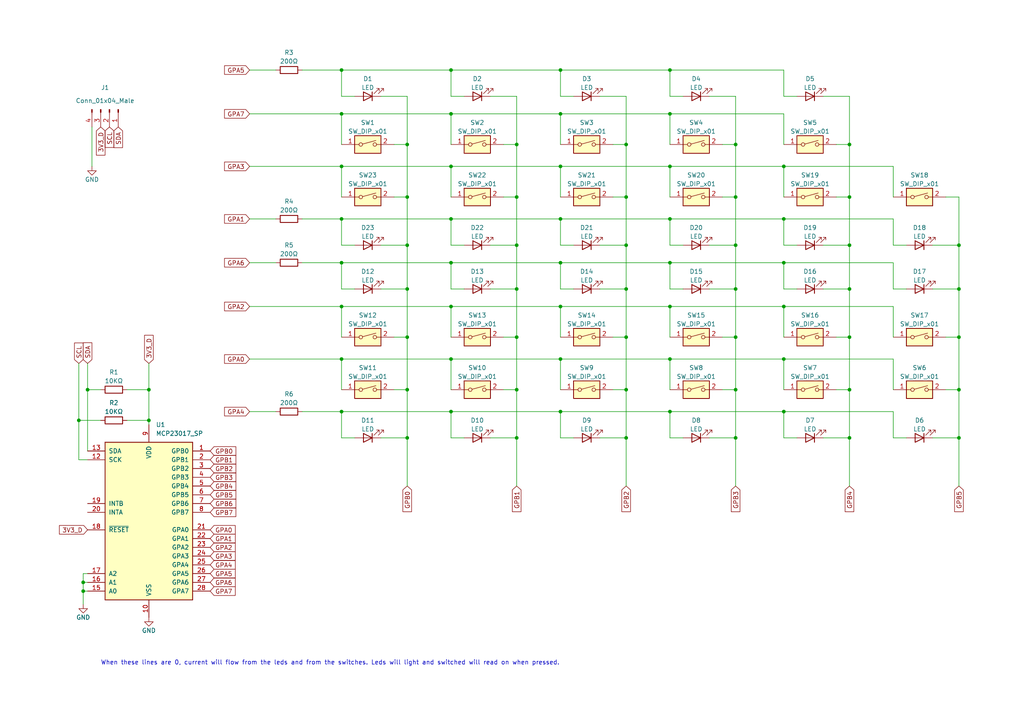
<source format=kicad_sch>
(kicad_sch (version 20211123) (generator eeschema)
  (paper "A4")
  (title_block (title "Daisy Seed Development Kit Step Sequencer") (date "2023-12-03") (rev "1.0"))
  (lib_symbols
    (symbol "Connector:Conn_01x04_Male" (pin_names (offset 1.016) hide)
      (property "Reference" "J" (at 0 5.08 0))
      (property "Value" "Conn_01x04_Male" (at 0 -7.62 0))
      (symbol "Conn_01x04_Male_1_1"
        (polyline (pts (xy 1.27 -5.08) (xy 0.8636 -5.08)) (stroke (width 0.1524)))
        (polyline (pts (xy 1.27 -2.54) (xy 0.8636 -2.54)) (stroke (width 0.1524)))
        (polyline (pts (xy 1.27 0) (xy 0.8636 0)) (stroke (width 0.1524)))
        (polyline (pts (xy 1.27 2.54) (xy 0.8636 2.54)) (stroke (width 0.1524)))
        (rectangle (start 0.8636 -4.953) (end 0 -5.207) (stroke (width 0.1524)) (fill (type outline)))
        (rectangle (start 0.8636 -2.413) (end 0 -2.667) (stroke (width 0.1524)) (fill (type outline)))
        (rectangle (start 0.8636 0.127) (end 0 -0.127) (stroke (width 0.1524)) (fill (type outline)))
        (rectangle (start 0.8636 2.667) (end 0 2.413) (stroke (width 0.1524)) (fill (type outline)))
        (pin passive line (at 5.08 2.54 180) (length 3.81) (name "Pin_1") (number "1"))
        (pin passive line (at 5.08 0 180) (length 3.81) (name "Pin_2") (number "2"))
        (pin passive line (at 5.08 -2.54 180) (length 3.81) (name "Pin_3") (number "3"))
        (pin passive line (at 5.08 -5.08 180) (length 3.81) (name "Pin_4") (number "4"))
      )
    )
    (symbol "Device:LED" (pin_numbers hide) (pin_names (offset 1.016) hide)
      (property "Reference" "D" (at 0 2.54 0))
      (property "Value" "LED" (at 0 -2.54 0))
      (symbol "LED_0_1"
        (polyline (pts (xy -1.27 -1.27) (xy -1.27 1.27)) (stroke (width 0.254)))
        (polyline (pts (xy -1.27 0) (xy 1.27 0)))
        (polyline (pts (xy 1.27 -1.27) (xy 1.27 1.27) (xy -1.27 0) (xy 1.27 -1.27)) (stroke (width 0.254)))
        (polyline (pts (xy -3.048 -0.762) (xy -4.572 -2.286) (xy -3.81 -2.286) (xy -4.572 -2.286) (xy -4.572 -1.524)))
        (polyline (pts (xy -1.778 -0.762) (xy -3.302 -2.286) (xy -2.54 -2.286) (xy -3.302 -2.286) (xy -3.302 -1.524)))
      )
      (symbol "LED_1_1"
        (pin passive line (at -3.81 0 0) (length 2.54) (name "K") (number "1"))
        (pin passive line (at 3.81 0 180) (length 2.54) (name "A") (number "2"))
      )
    )
    (symbol "Device:R" (pin_numbers hide) (pin_names (offset 0))
      (property "Reference" "R" (at 2.032 0 90))
      (property "Value" "R" (at 0 0 90))
      (symbol "R_0_1"
        (rectangle (start -1.016 -2.54) (end 1.016 2.54) (stroke (width 0.254)))
      )
      (symbol "R_1_1"
        (pin passive line (at 0 3.81 270) (length 1.27) (name "~") (number "1"))
        (pin passive line (at 0 -3.81 90) (length 1.27) (name "~") (number "2"))
      )
    )
    (symbol "Interface_Expansion:MCP23017_SP" (pin_names (offset 1.016))
      (property "Reference" "U" (at -11.43 24.13 0))
      (property "Value" "MCP23017_SP" (at 0 0 0))
      (symbol "MCP23017_SP_0_1"
        (rectangle (start -12.7 22.86) (end 12.7 -22.86) (stroke (width 0.254)) (fill (type background)))
      )
      (symbol "MCP23017_SP_1_1"
        (pin bidirectional line (at 17.78 20.32 180) (length 5.08) (name "GPB0") (number "1"))
        (pin power_in line (at 0 -27.94 90) (length 5.08) (name "VSS") (number "10"))
        (pin no_connect line (at -12.7 15.24 0) (length 5.08) hide (name "NC") (number "11"))
        (pin input line (at -17.78 17.78 0) (length 5.08) (name "SCK") (number "12"))
        (pin bidirectional line (at -17.78 20.32 0) (length 5.08) (name "SDA") (number "13"))
        (pin no_connect line (at -12.7 12.7 0) (length 5.08) hide (name "NC") (number "14"))
        (pin input line (at -17.78 -20.32 0) (length 5.08) (name "A0") (number "15"))
        (pin input line (at -17.78 -17.78 0) (length 5.08) (name "A1") (number "16"))
        (pin input line (at -17.78 -15.24 0) (length 5.08) (name "A2") (number "17"))
        (pin input line (at -17.78 -2.54 0) (length 5.08) (name "~{RESET}") (number "18"))
        (pin tri_state line (at -17.78 5.08 0) (length 5.08) (name "INTB") (number "19"))
        (pin bidirectional line (at 17.78 17.78 180) (length 5.08) (name "GPB1") (number "2"))
        (pin tri_state line (at -17.78 2.54 0) (length 5.08) (name "INTA") (number "20"))
        (pin bidirectional line (at 17.78 -2.54 180) (length 5.08) (name "GPA0") (number "21"))
        (pin bidirectional line (at 17.78 -5.08 180) (length 5.08) (name "GPA1") (number "22"))
        (pin bidirectional line (at 17.78 -7.62 180) (length 5.08) (name "GPA2") (number "23"))
        (pin bidirectional line (at 17.78 -10.16 180) (length 5.08) (name "GPA3") (number "24"))
        (pin bidirectional line (at 17.78 -12.7 180) (length 5.08) (name "GPA4") (number "25"))
        (pin bidirectional line (at 17.78 -15.24 180) (length 5.08) (name "GPA5") (number "26"))
        (pin bidirectional line (at 17.78 -17.78 180) (length 5.08) (name "GPA6") (number "27"))
        (pin bidirectional line (at 17.78 -20.32 180) (length 5.08) (name "GPA7") (number "28"))
        (pin bidirectional line (at 17.78 15.24 180) (length 5.08) (name "GPB2") (number "3"))
        (pin bidirectional line (at 17.78 12.7 180) (length 5.08) (name "GPB3") (number "4"))
        (pin bidirectional line (at 17.78 10.16 180) (length 5.08) (name "GPB4") (number "5"))
        (pin bidirectional line (at 17.78 7.62 180) (length 5.08) (name "GPB5") (number "6"))
        (pin bidirectional line (at 17.78 5.08 180) (length 5.08) (name "GPB6") (number "7"))
        (pin bidirectional line (at 17.78 2.54 180) (length 5.08) (name "GPB7") (number "8"))
        (pin power_in line (at 0 27.94 270) (length 5.08) (name "VDD") (number "9"))
      )
    )
    (symbol "Switch:SW_DIP_x01" (pin_names (offset 0) hide)
      (property "Reference" "SW" (at 0 3.81 0))
      (property "Value" "SW_DIP_x01" (at 0 -3.81 0))
      (symbol "SW_DIP_x01_0_0"
        (circle (center -2.032 0) (radius 0.508))
        (polyline (pts (xy -1.524 0.127) (xy 2.3622 1.1684)))
        (circle (center 2.032 0) (radius 0.508))
      )
      (symbol "SW_DIP_x01_0_1"
        (rectangle (start -3.81 2.54) (end 3.81 -2.54) (stroke (width 0.254)) (fill (type background)))
      )
      (symbol "SW_DIP_x01_1_1"
        (pin passive line (at -7.62 0 0) (length 5.08) (name "~") (number "1"))
        (pin passive line (at 7.62 0 180) (length 5.08) (name "~") (number "2"))
      )
    )
    (symbol "power:GND" (power) (pin_names (offset 0))
      (property "Value" "GND" (at 0 -3.81 0))
      (symbol "GND_0_1"
        (polyline (pts (xy 0 0) (xy 0 -1.27) (xy 1.27 -1.27) (xy 0 -2.54) (xy -1.27 -1.27) (xy 0 -1.27)))
      )
      (symbol "GND_1_1"
        (pin power_in line (at 0 0 270) (length 0) hide (name "GND") (number "1"))
      )
    )
  )
  (junction (at 213.36 97.79))
  (junction (at 118.11 41.91))
  (junction (at 149.86 127))
  (junction (at 118.11 127))
  (junction (at 213.36 113.03))
  (junction (at 149.86 83.82))
  (junction (at 278.13 97.79))
  (junction (at 213.36 41.91))
  (junction (at 149.86 113.03))
  (junction (at 25.4 113.03))
  (junction (at 246.38 83.82))
  (junction (at 162.56 104.14))
  (junction (at 194.31 76.2))
  (junction (at 130.81 48.26))
  (junction (at 181.61 71.12))
  (junction (at 118.11 113.03))
  (junction (at 194.31 33.02))
  (junction (at 162.56 20.32))
  (junction (at 99.06 33.02))
  (junction (at 181.61 127))
  (junction (at 130.81 119.38))
  (junction (at 162.56 76.2))
  (junction (at 213.36 71.12))
  (junction (at 118.11 71.12))
  (junction (at 130.81 104.14))
  (junction (at 227.33 76.2))
  (junction (at 22.86 121.92))
  (junction (at 227.33 119.38))
  (junction (at 181.61 83.82))
  (junction (at 278.13 113.03))
  (junction (at 227.33 88.9))
  (junction (at 43.18 121.92))
  (junction (at 149.86 71.12))
  (junction (at 24.13 171.45))
  (junction (at 99.06 20.32))
  (junction (at 227.33 48.26))
  (junction (at 118.11 83.82))
  (junction (at 246.38 97.79))
  (junction (at 181.61 113.03))
  (junction (at 181.61 57.15))
  (junction (at 278.13 71.12))
  (junction (at 149.86 97.79))
  (junction (at 118.11 57.15))
  (junction (at 278.13 127))
  (junction (at 130.81 63.5))
  (junction (at 118.11 97.79))
  (junction (at 181.61 97.79))
  (junction (at 99.06 48.26))
  (junction (at 246.38 57.15))
  (junction (at 162.56 119.38))
  (junction (at 181.61 41.91))
  (junction (at 213.36 83.82))
  (junction (at 246.38 113.03))
  (junction (at 162.56 33.02))
  (junction (at 227.33 104.14))
  (junction (at 162.56 63.5))
  (junction (at 194.31 20.32))
  (junction (at 149.86 57.15))
  (junction (at 99.06 88.9))
  (junction (at 99.06 63.5))
  (junction (at 43.18 113.03))
  (junction (at 246.38 71.12))
  (junction (at 162.56 88.9))
  (junction (at 194.31 119.38))
  (junction (at 246.38 41.91))
  (junction (at 24.13 168.91))
  (junction (at 213.36 57.15))
  (junction (at 246.38 127))
  (junction (at 278.13 83.82))
  (junction (at 213.36 127))
  (junction (at 130.81 88.9))
  (junction (at 227.33 63.5))
  (junction (at 194.31 63.5))
  (junction (at 99.06 104.14))
  (junction (at 99.06 76.2))
  (junction (at 162.56 48.26))
  (junction (at 194.31 88.9))
  (junction (at 130.81 33.02))
  (junction (at 149.86 41.91))
  (junction (at 130.81 20.32))
  (junction (at 99.06 119.38))
  (junction (at 194.31 104.14))
  (junction (at 130.81 76.2))
  (junction (at 194.31 48.26))
  (wire (pts (xy 194.31 76.2) (xy 194.31 83.82)))
  (wire (pts (xy 99.06 48.26) (xy 99.06 57.15)))
  (wire (pts (xy 162.56 127) (xy 166.37 127)))
  (wire (pts (xy 194.31 27.94) (xy 194.31 20.32)))
  (wire (pts (xy 130.81 33.02) (xy 99.06 33.02)))
  (wire (pts (xy 134.62 27.94) (xy 130.81 27.94)))
  (wire (pts (xy 209.55 41.91) (xy 213.36 41.91)))
  (wire (pts (xy 227.33 71.12) (xy 231.14 71.12)))
  (wire (pts (xy 87.63 20.32) (xy 99.06 20.32)))
  (wire (pts (xy 72.39 88.9) (xy 99.06 88.9)))
  (wire (pts (xy 162.56 20.32) (xy 194.31 20.32)))
  (wire (pts (xy 194.31 63.5) (xy 194.31 71.12)))
  (wire (pts (xy 87.63 63.5) (xy 99.06 63.5)))
  (wire (pts (xy 162.56 76.2) (xy 162.56 83.82)))
  (wire (pts (xy 227.33 20.32) (xy 227.33 27.94)))
  (wire (pts (xy 162.56 104.14) (xy 162.56 113.03)))
  (wire (pts (xy 246.38 97.79) (xy 242.57 97.79)))
  (wire (pts (xy 259.08 83.82) (xy 262.89 83.82)))
  (wire (pts (xy 130.81 104.14) (xy 130.81 113.03)))
  (wire (pts (xy 181.61 127) (xy 181.61 140.97)))
  (wire (pts (xy 149.86 127) (xy 149.86 140.97)))
  (wire (pts (xy 259.08 48.26) (xy 259.08 57.15)))
  (wire (pts (xy 110.49 27.94) (xy 118.11 27.94)))
  (wire (pts (xy 177.8 97.79) (xy 181.61 97.79)))
  (wire (pts (xy 24.13 168.91) (xy 24.13 171.45)))
  (wire (pts (xy 162.56 27.94) (xy 166.37 27.94)))
  (wire (pts (xy 162.56 83.82) (xy 166.37 83.82)))
  (wire (pts (xy 99.06 63.5) (xy 130.81 63.5)))
  (wire (pts (xy 213.36 127) (xy 213.36 140.97)))
  (wire (pts (xy 130.81 119.38) (xy 162.56 119.38)))
  (wire (pts (xy 181.61 83.82) (xy 181.61 97.79)))
  (wire (pts (xy 278.13 57.15) (xy 278.13 71.12)))
  (wire (pts (xy 118.11 113.03) (xy 118.11 127)))
  (wire (pts (xy 194.31 119.38) (xy 194.31 127)))
  (wire (pts (xy 130.81 76.2) (xy 99.06 76.2)))
  (wire (pts (xy 278.13 71.12) (xy 278.13 83.82)))
  (wire (pts (xy 227.33 33.02) (xy 194.31 33.02)))
  (wire (pts (xy 142.24 71.12) (xy 149.86 71.12)))
  (wire (pts (xy 130.81 33.02) (xy 130.81 41.91)))
  (wire (pts (xy 246.38 83.82) (xy 246.38 97.79)))
  (wire (pts (xy 274.32 57.15) (xy 278.13 57.15)))
  (wire (pts (xy 162.56 33.02) (xy 130.81 33.02)))
  (wire (pts (xy 118.11 57.15) (xy 118.11 71.12)))
  (wire (pts (xy 194.31 88.9) (xy 227.33 88.9)))
  (wire (pts (xy 142.24 83.82) (xy 149.86 83.82)))
  (wire (pts (xy 114.3 113.03) (xy 118.11 113.03)))
  (wire (pts (xy 213.36 57.15) (xy 213.36 71.12)))
  (wire (pts (xy 130.81 119.38) (xy 130.81 127)))
  (wire (pts (xy 246.38 113.03) (xy 246.38 127)))
  (wire (pts (xy 213.36 83.82) (xy 213.36 97.79)))
  (wire (pts (xy 162.56 63.5) (xy 162.56 71.12)))
  (wire (pts (xy 43.18 121.92) (xy 36.83 121.92)))
  (wire (pts (xy 72.39 119.38) (xy 80.01 119.38)))
  (wire (pts (xy 194.31 48.26) (xy 162.56 48.26)))
  (wire (pts (xy 146.05 97.79) (xy 149.86 97.79)))
  (wire (pts (xy 194.31 88.9) (xy 194.31 97.79)))
  (wire (pts (xy 259.08 76.2) (xy 259.08 83.82)))
  (wire (pts (xy 213.36 113.03) (xy 213.36 127)))
  (wire (pts (xy 29.21 113.03) (xy 25.4 113.03)))
  (wire (pts (xy 99.06 63.5) (xy 99.06 71.12)))
  (wire (pts (xy 227.33 48.26) (xy 259.08 48.26)))
  (wire (pts (xy 43.18 113.03) (xy 43.18 121.92)))
  (wire (pts (xy 173.99 83.82) (xy 181.61 83.82)))
  (wire (pts (xy 173.99 71.12) (xy 181.61 71.12)))
  (wire (pts (xy 194.31 20.32) (xy 227.33 20.32)))
  (wire (pts (xy 102.87 27.94) (xy 99.06 27.94)))
  (wire (pts (xy 99.06 104.14) (xy 99.06 113.03)))
  (wire (pts (xy 142.24 27.94) (xy 149.86 27.94)))
  (wire (pts (xy 194.31 76.2) (xy 162.56 76.2)))
  (wire (pts (xy 149.86 113.03) (xy 149.86 127)))
  (wire (pts (xy 270.51 71.12) (xy 278.13 71.12)))
  (wire (pts (xy 99.06 71.12) (xy 102.87 71.12)))
  (wire (pts (xy 26.67 36.83) (xy 26.67 48.26)))
  (wire (pts (xy 173.99 27.94) (xy 181.61 27.94)))
  (wire (pts (xy 99.06 83.82) (xy 102.87 83.82)))
  (wire (pts (xy 99.06 119.38) (xy 99.06 127)))
  (wire (pts (xy 99.06 104.14) (xy 130.81 104.14)))
  (wire (pts (xy 87.63 119.38) (xy 99.06 119.38)))
  (wire (pts (xy 278.13 97.79) (xy 278.13 113.03)))
  (wire (pts (xy 162.56 20.32) (xy 162.56 27.94)))
  (wire (pts (xy 194.31 83.82) (xy 198.12 83.82)))
  (wire (pts (xy 209.55 97.79) (xy 213.36 97.79)))
  (wire (pts (xy 213.36 27.94) (xy 213.36 41.91)))
  (wire (pts (xy 110.49 83.82) (xy 118.11 83.82)))
  (wire (pts (xy 72.39 20.32) (xy 80.01 20.32)))
  (wire (pts (xy 130.81 88.9) (xy 162.56 88.9)))
  (wire (pts (xy 181.61 71.12) (xy 181.61 83.82)))
  (wire (pts (xy 259.08 88.9) (xy 227.33 88.9)))
  (wire (pts (xy 72.39 76.2) (xy 80.01 76.2)))
  (wire (pts (xy 87.63 76.2) (xy 99.06 76.2)))
  (wire (pts (xy 149.86 71.12) (xy 149.86 83.82)))
  (wire (pts (xy 110.49 71.12) (xy 118.11 71.12)))
  (wire (pts (xy 130.81 71.12) (xy 134.62 71.12)))
  (wire (pts (xy 238.76 83.82) (xy 246.38 83.82)))
  (wire (pts (xy 194.31 27.94) (xy 198.12 27.94)))
  (wire (pts (xy 227.33 104.14) (xy 194.31 104.14)))
  (wire (pts (xy 162.56 88.9) (xy 194.31 88.9)))
  (wire (pts (xy 162.56 48.26) (xy 162.56 57.15)))
  (wire (pts (xy 213.36 41.91) (xy 213.36 57.15)))
  (wire (pts (xy 238.76 71.12) (xy 246.38 71.12)))
  (wire (pts (xy 259.08 63.5) (xy 259.08 71.12)))
  (wire (pts (xy 24.13 168.91) (xy 25.4 168.91)))
  (wire (pts (xy 181.61 57.15) (xy 181.61 71.12)))
  (wire (pts (xy 242.57 113.03) (xy 246.38 113.03)))
  (wire (pts (xy 162.56 119.38) (xy 194.31 119.38)))
  (wire (pts (xy 130.81 127) (xy 134.62 127)))
  (wire (pts (xy 24.13 171.45) (xy 24.13 175.26)))
  (wire (pts (xy 99.06 20.32) (xy 130.81 20.32)))
  (wire (pts (xy 99.06 127) (xy 102.87 127)))
  (wire (pts (xy 162.56 33.02) (xy 162.56 41.91)))
  (wire (pts (xy 99.06 76.2) (xy 99.06 83.82)))
  (wire (pts (xy 146.05 41.91) (xy 149.86 41.91)))
  (wire (pts (xy 130.81 83.82) (xy 130.81 76.2)))
  (wire (pts (xy 259.08 119.38) (xy 259.08 127)))
  (wire (pts (xy 278.13 97.79) (xy 274.32 97.79)))
  (wire (pts (xy 130.81 48.26) (xy 130.81 57.15)))
  (wire (pts (xy 227.33 119.38) (xy 227.33 127)))
  (wire (pts (xy 130.81 20.32) (xy 162.56 20.32)))
  (wire (pts (xy 24.13 171.45) (xy 25.4 171.45)))
  (wire (pts (xy 259.08 127) (xy 262.89 127)))
  (wire (pts (xy 227.33 41.91) (xy 227.33 33.02)))
  (wire (pts (xy 209.55 57.15) (xy 213.36 57.15)))
  (wire (pts (xy 24.13 166.37) (xy 24.13 168.91)))
  (wire (pts (xy 246.38 27.94) (xy 246.38 41.91)))
  (wire (pts (xy 43.18 121.92) (xy 43.18 123.19)))
  (wire (pts (xy 162.56 71.12) (xy 166.37 71.12)))
  (wire (pts (xy 99.06 33.02) (xy 99.06 41.91)))
  (wire (pts (xy 162.56 104.14) (xy 130.81 104.14)))
  (wire (pts (xy 259.08 104.14) (xy 259.08 113.03)))
  (wire (pts (xy 162.56 63.5) (xy 194.31 63.5)))
  (wire (pts (xy 227.33 76.2) (xy 259.08 76.2)))
  (wire (pts (xy 209.55 113.03) (xy 213.36 113.03)))
  (wire (pts (xy 22.86 121.92) (xy 22.86 133.35)))
  (wire (pts (xy 227.33 104.14) (xy 227.33 113.03)))
  (wire (pts (xy 149.86 27.94) (xy 149.86 41.91)))
  (wire (pts (xy 227.33 57.15) (xy 227.33 48.26)))
  (wire (pts (xy 238.76 127) (xy 246.38 127)))
  (wire (pts (xy 99.06 119.38) (xy 130.81 119.38)))
  (wire (pts (xy 149.86 97.79) (xy 149.86 113.03)))
  (wire (pts (xy 114.3 97.79) (xy 118.11 97.79)))
  (wire (pts (xy 238.76 27.94) (xy 246.38 27.94)))
  (wire (pts (xy 114.3 41.91) (xy 118.11 41.91)))
  (wire (pts (xy 227.33 127) (xy 231.14 127)))
  (wire (pts (xy 130.81 88.9) (xy 130.81 97.79)))
  (wire (pts (xy 36.83 113.03) (xy 43.18 113.03)))
  (wire (pts (xy 205.74 127) (xy 213.36 127)))
  (wire (pts (xy 205.74 27.94) (xy 213.36 27.94)))
  (wire (pts (xy 246.38 97.79) (xy 246.38 113.03)))
  (wire (pts (xy 227.33 83.82) (xy 231.14 83.82)))
  (wire (pts (xy 194.31 127) (xy 198.12 127)))
  (wire (pts (xy 181.61 41.91) (xy 181.61 57.15)))
  (wire (pts (xy 181.61 113.03) (xy 181.61 127)))
  (wire (pts (xy 118.11 127) (xy 118.11 140.97)))
  (wire (pts (xy 194.31 71.12) (xy 198.12 71.12)))
  (wire (pts (xy 278.13 127) (xy 278.13 140.97)))
  (wire (pts (xy 205.74 71.12) (xy 213.36 71.12)))
  (wire (pts (xy 22.86 105.41) (xy 22.86 121.92)))
  (wire (pts (xy 194.31 104.14) (xy 162.56 104.14)))
  (wire (pts (xy 205.74 83.82) (xy 213.36 83.82)))
  (wire (pts (xy 246.38 41.91) (xy 242.57 41.91)))
  (wire (pts (xy 181.61 97.79) (xy 181.61 113.03)))
  (wire (pts (xy 72.39 33.02) (xy 99.06 33.02)))
  (wire (pts (xy 227.33 27.94) (xy 231.14 27.94)))
  (wire (pts (xy 146.05 113.03) (xy 149.86 113.03)))
  (wire (pts (xy 25.4 105.41) (xy 25.4 113.03)))
  (wire (pts (xy 118.11 27.94) (xy 118.11 41.91)))
  (wire (pts (xy 177.8 57.15) (xy 181.61 57.15)))
  (wire (pts (xy 173.99 127) (xy 181.61 127)))
  (wire (pts (xy 246.38 127) (xy 246.38 140.97)))
  (wire (pts (xy 278.13 83.82) (xy 278.13 97.79)))
  (wire (pts (xy 25.4 113.03) (xy 25.4 130.81)))
  (wire (pts (xy 246.38 71.12) (xy 246.38 83.82)))
  (wire (pts (xy 194.31 33.02) (xy 162.56 33.02)))
  (wire (pts (xy 227.33 119.38) (xy 259.08 119.38)))
  (wire (pts (xy 149.86 57.15) (xy 149.86 71.12)))
  (wire (pts (xy 72.39 63.5) (xy 80.01 63.5)))
  (wire (pts (xy 227.33 63.5) (xy 227.33 71.12)))
  (wire (pts (xy 43.18 105.41) (xy 43.18 113.03)))
  (wire (pts (xy 246.38 57.15) (xy 246.38 71.12)))
  (wire (pts (xy 259.08 97.79) (xy 259.08 88.9)))
  (wire (pts (xy 181.61 41.91) (xy 177.8 41.91)))
  (wire (pts (xy 99.06 27.94) (xy 99.06 20.32)))
  (wire (pts (xy 146.05 57.15) (xy 149.86 57.15)))
  (wire (pts (xy 227.33 88.9) (xy 227.33 97.79)))
  (wire (pts (xy 194.31 119.38) (xy 227.33 119.38)))
  (wire (pts (xy 29.21 121.92) (xy 22.86 121.92)))
  (wire (pts (xy 72.39 48.26) (xy 99.06 48.26)))
  (wire (pts (xy 278.13 113.03) (xy 278.13 127)))
  (wire (pts (xy 149.86 83.82) (xy 149.86 97.79)))
  (wire (pts (xy 213.36 97.79) (xy 213.36 113.03)))
  (wire (pts (xy 99.06 88.9) (xy 99.06 97.79)))
  (wire (pts (xy 213.36 71.12) (xy 213.36 83.82)))
  (wire (pts (xy 130.81 83.82) (xy 134.62 83.82)))
  (wire (pts (xy 270.51 127) (xy 278.13 127)))
  (wire (pts (xy 118.11 97.79) (xy 118.11 113.03)))
  (wire (pts (xy 177.8 113.03) (xy 181.61 113.03)))
  (wire (pts (xy 246.38 41.91) (xy 246.38 57.15)))
  (wire (pts (xy 194.31 48.26) (xy 194.31 57.15)))
  (wire (pts (xy 110.49 127) (xy 118.11 127)))
  (wire (pts (xy 162.56 76.2) (xy 130.81 76.2)))
  (wire (pts (xy 99.06 88.9) (xy 130.81 88.9)))
  (wire (pts (xy 227.33 104.14) (xy 259.08 104.14)))
  (wire (pts (xy 242.57 57.15) (xy 246.38 57.15)))
  (wire (pts (xy 274.32 113.03) (xy 278.13 113.03)))
  (wire (pts (xy 118.11 41.91) (xy 118.11 57.15)))
  (wire (pts (xy 72.39 104.14) (xy 99.06 104.14)))
  (wire (pts (xy 181.61 27.94) (xy 181.61 41.91)))
  (wire (pts (xy 130.81 48.26) (xy 99.06 48.26)))
  (wire (pts (xy 149.86 41.91) (xy 149.86 57.15)))
  (wire (pts (xy 227.33 76.2) (xy 194.31 76.2)))
  (wire (pts (xy 118.11 83.82) (xy 118.11 97.79)))
  (wire (pts (xy 130.81 63.5) (xy 162.56 63.5)))
  (wire (pts (xy 227.33 83.82) (xy 227.33 76.2)))
  (wire (pts (xy 194.31 63.5) (xy 227.33 63.5)))
  (wire (pts (xy 227.33 63.5) (xy 259.08 63.5)))
  (wire (pts (xy 162.56 119.38) (xy 162.56 127)))
  (wire (pts (xy 194.31 104.14) (xy 194.31 113.03)))
  (wire (pts (xy 25.4 133.35) (xy 22.86 133.35)))
  (wire (pts (xy 194.31 33.02) (xy 194.31 41.91)))
  (wire (pts (xy 130.81 27.94) (xy 130.81 20.32)))
  (wire (pts (xy 259.08 71.12) (xy 262.89 71.12)))
  (wire (pts (xy 25.4 166.37) (xy 24.13 166.37)))
  (wire (pts (xy 142.24 127) (xy 149.86 127)))
  (wire (pts (xy 162.56 88.9) (xy 162.56 97.79)))
  (wire (pts (xy 130.81 63.5) (xy 130.81 71.12)))
  (wire (pts (xy 114.3 57.15) (xy 118.11 57.15)))
  (wire (pts (xy 118.11 71.12) (xy 118.11 83.82)))
  (wire (pts (xy 162.56 48.26) (xy 130.81 48.26)))
  (wire (pts (xy 227.33 48.26) (xy 194.31 48.26)))
  (wire (pts (xy 270.51 83.82) (xy 278.13 83.82)))
  (text "When these lines are 0, current will flow from the leds and from the switches. Leds will light and switched will read on when pressed." (at 29.21 193.04 0) (effects (font (size 1.27 1.27)) (justify left bottom)))
  (global_label "GPA6" (shape input) (at 60.96 168.91 0) (property "Intersheet References" "${INTERSHEET_REFS}" (effects hide)))
  (global_label "GPB0" (shape input) (at 60.96 130.81 0) (property "Intersheet References" "${INTERSHEET_REFS}" (effects hide)))
  (global_label "GPA1" (shape input) (at 60.96 156.21 0) (property "Intersheet References" "${INTERSHEET_REFS}" (effects hide)))
  (global_label "GPA5" (shape input) (at 60.96 166.37 0) (property "Intersheet References" "${INTERSHEET_REFS}" (effects hide)))
  (global_label "3V3_D" (shape input) (at 43.18 105.41 90) (property "Intersheet References" "${INTERSHEET_REFS}" (effects hide)))
  (global_label "GPA7" (shape input) (at 72.39 33.02 180) (property "Intersheet References" "${INTERSHEET_REFS}" (effects hide)))
  (global_label "GPB1" (shape input) (at 60.96 133.35 0) (property "Intersheet References" "${INTERSHEET_REFS}" (effects hide)))
  (global_label "GPA6" (shape input) (at 72.39 76.2 180) (property "Intersheet References" "${INTERSHEET_REFS}" (effects hide)))
  (global_label "GPB2" (shape input) (at 60.96 135.89 0) (property "Intersheet References" "${INTERSHEET_REFS}" (effects hide)))
  (global_label "GPA0" (shape input) (at 60.96 153.67 0) (property "Intersheet References" "${INTERSHEET_REFS}" (effects hide)))
  (global_label "GPB0" (shape input) (at 118.11 140.97 270) (property "Intersheet References" "${INTERSHEET_REFS}" (effects hide)))
  (global_label "GPA4" (shape input) (at 60.96 163.83 0) (property "Intersheet References" "${INTERSHEET_REFS}" (effects hide)))
  (global_label "GPA1" (shape input) (at 72.39 63.5 180) (property "Intersheet References" "${INTERSHEET_REFS}" (effects hide)))
  (global_label "SCL" (shape input) (at 22.86 105.41 90) (property "Intersheet References" "${INTERSHEET_REFS}" (effects hide)))
  (global_label "GPA3" (shape input) (at 60.96 161.29 0) (property "Intersheet References" "${INTERSHEET_REFS}" (effects hide)))
  (global_label "GPB7" (shape input) (at 60.96 148.59 0) (property "Intersheet References" "${INTERSHEET_REFS}" (effects hide)))
  (global_label "GPB5" (shape input) (at 60.96 143.51 0) (property "Intersheet References" "${INTERSHEET_REFS}" (effects hide)))
  (global_label "SDA" (shape input) (at 34.29 36.83 270) (property "Intersheet References" "${INTERSHEET_REFS}" (effects hide)))
  (global_label "GPA7" (shape input) (at 60.96 171.45 0) (property "Intersheet References" "${INTERSHEET_REFS}" (effects hide)))
  (global_label "GPB3" (shape input) (at 213.36 140.97 270) (property "Intersheet References" "${INTERSHEET_REFS}" (effects hide)))
  (global_label "SCL" (shape input) (at 31.75 36.83 270) (property "Intersheet References" "${INTERSHEET_REFS}" (effects hide)))
  (global_label "GPA5" (shape input) (at 72.39 20.32 180) (property "Intersheet References" "${INTERSHEET_REFS}" (effects hide)))
  (global_label "GPB5" (shape input) (at 278.13 140.97 270) (property "Intersheet References" "${INTERSHEET_REFS}" (effects hide)))
  (global_label "GPB4" (shape input) (at 246.38 140.97 270) (property "Intersheet References" "${INTERSHEET_REFS}" (effects hide)))
  (global_label "3V3_D" (shape input) (at 29.21 36.83 270) (property "Intersheet References" "${INTERSHEET_REFS}" (effects hide)))
  (global_label "GPA4" (shape input) (at 72.39 119.38 180) (property "Intersheet References" "${INTERSHEET_REFS}" (effects hide)))
  (global_label "3V3_D" (shape input) (at 25.4 153.67 180) (property "Intersheet References" "${INTERSHEET_REFS}" (effects hide)))
  (global_label "GPA2" (shape input) (at 72.39 88.9 180) (property "Intersheet References" "${INTERSHEET_REFS}" (effects hide)))
  (global_label "GPA3" (shape input) (at 72.39 48.26 180) (property "Intersheet References" "${INTERSHEET_REFS}" (effects hide)))
  (global_label "SDA" (shape input) (at 25.4 105.41 90) (property "Intersheet References" "${INTERSHEET_REFS}" (effects hide)))
  (global_label "GPB1" (shape input) (at 149.86 140.97 270) (property "Intersheet References" "${INTERSHEET_REFS}" (effects hide)))
  (global_label "GPA0" (shape input) (at 72.39 104.14 180) (property "Intersheet References" "${INTERSHEET_REFS}" (effects hide)))
  (global_label "GPB3" (shape input) (at 60.96 138.43 0) (property "Intersheet References" "${INTERSHEET_REFS}" (effects hide)))
  (global_label "GPB4" (shape input) (at 60.96 140.97 0) (property "Intersheet References" "${INTERSHEET_REFS}" (effects hide)))
  (global_label "GPA2" (shape input) (at 60.96 158.75 0) (property "Intersheet References" "${INTERSHEET_REFS}" (effects hide)))
  (global_label "GPB2" (shape input) (at 181.61 140.97 270) (property "Intersheet References" "${INTERSHEET_REFS}" (effects hide)))
  (global_label "GPB6" (shape input) (at 60.96 146.05 0) (property "Intersheet References" "${INTERSHEET_REFS}" (effects hide)))
  (symbol (lib_id "Device:LED") (at 106.68 27.94 180) (unit 1)
    (property "Reference" "D1" (at 106.68 22.86 0))
    (property "Value" "LED" (at 106.68 25.4 0))
    (property "Footprint" "LED_THT:LED_D3.0mm" (effects hide))
  )
  (symbol (lib_id "Interface_Expansion:MCP23017_SP") (at 43.18 151.13 0) (unit 1)
    (property "Reference" "U1" (at 45.1994 123.19 0) (effects (justify left)))
    (property "Value" "MCP23017_SP" (at 45.1994 125.73 0) (effects (justify left)))
    (property "Footprint" "Package_DIP:DIP-28_W7.62mm" (effects hide))
    (property "Datasheet" "http://ww1.microchip.com/downloads/en/DeviceDoc/20001952C.pdf" (effects hide))
  )
  (symbol (lib_id "Device:R") (at 83.82 76.2 90) (unit 1)
    (property "Reference" "R5" (at 83.82 71.12 90))
    (property "Value" "200Ω" (at 83.82 73.66 90))
    (property "Footprint" "Resistor_THT:R_Axial_DIN0207_L6.3mm_D2.5mm_P10.16mm_Horizontal" (effects hide))
  )
  (symbol (lib_id "Device:LED") (at 106.68 127 180) (unit 1)
    (property "Reference" "D11" (at 106.68 121.92 0))
    (property "Value" "LED" (at 106.68 124.46 0))
    (property "Footprint" "LED_THT:LED_D3.0mm" (effects hide))
  )
  (symbol (lib_id "Switch:SW_DIP_x01") (at 201.93 57.15 0) (unit 1)
    (property "Reference" "SW20" (at 201.93 50.8 0))
    (property "Value" "SW_DIP_x01" (at 201.93 53.34 0))
    (property "Footprint" "Button_Switch_THT:SW_PUSH_6mm" (effects hide))
  )
  (symbol (lib_id "Device:LED") (at 201.93 71.12 180) (unit 1)
    (property "Reference" "D20" (at 201.93 66.04 0))
    (property "Value" "LED" (at 201.93 68.58 0))
    (property "Footprint" "LED_THT:LED_D3.0mm" (effects hide))
  )
  (symbol (lib_id "Switch:SW_DIP_x01") (at 201.93 113.03 0) (unit 1)
    (property "Reference" "SW8" (at 201.93 106.68 0))
    (property "Value" "SW_DIP_x01" (at 201.93 109.22 0))
    (property "Footprint" "Button_Switch_THT:SW_PUSH_6mm" (effects hide))
  )
  (symbol (lib_id "Switch:SW_DIP_x01") (at 138.43 113.03 0) (unit 1)
    (property "Reference" "SW10" (at 138.43 106.68 0))
    (property "Value" "SW_DIP_x01" (at 138.43 109.22 0))
    (property "Footprint" "Button_Switch_THT:SW_PUSH_6mm" (effects hide))
  )
  (symbol (lib_id "Switch:SW_DIP_x01") (at 201.93 97.79 0) (unit 1)
    (property "Reference" "SW15" (at 201.93 91.44 0))
    (property "Value" "SW_DIP_x01" (at 201.93 93.98 0))
    (property "Footprint" "Button_Switch_THT:SW_PUSH_6mm" (effects hide))
  )
  (symbol (lib_id "Device:LED") (at 266.7 83.82 180) (unit 1)
    (property "Reference" "D17" (at 266.7 78.74 0))
    (property "Value" "LED" (at 266.7 81.28 0))
    (property "Footprint" "LED_THT:LED_D3.0mm" (effects hide))
  )
  (symbol (lib_id "power:GND") (at 26.67 48.26 0) (mirror y) (unit 1)
    (property "Reference" "#PWR0101" (effects hide))
    (property "Value" "GND" (at 26.67 52.07 0))
  )
  (symbol (lib_id "Switch:SW_DIP_x01") (at 138.43 97.79 0) (unit 1)
    (property "Reference" "SW13" (at 138.43 91.44 0))
    (property "Value" "SW_DIP_x01" (at 138.43 93.98 0))
    (property "Footprint" "Button_Switch_THT:SW_PUSH_6mm" (effects hide))
  )
  (symbol (lib_id "Device:LED") (at 201.93 83.82 180) (unit 1)
    (property "Reference" "D15" (at 201.93 78.74 0))
    (property "Value" "LED" (at 201.93 81.28 0))
    (property "Footprint" "LED_THT:LED_D3.0mm" (effects hide))
  )
  (symbol (lib_id "Switch:SW_DIP_x01") (at 106.68 97.79 0) (unit 1)
    (property "Reference" "SW12" (at 106.68 91.44 0))
    (property "Value" "SW_DIP_x01" (at 106.68 93.98 0))
    (property "Footprint" "Button_Switch_THT:SW_PUSH_6mm" (effects hide))
  )
  (symbol (lib_id "Device:LED") (at 266.7 71.12 180) (unit 1)
    (property "Reference" "D18" (at 266.7 66.04 0))
    (property "Value" "LED" (at 266.7 68.58 0))
    (property "Footprint" "LED_THT:LED_D3.0mm" (effects hide))
  )
  (symbol (lib_id "Device:LED") (at 170.18 83.82 180) (unit 1)
    (property "Reference" "D14" (at 170.18 78.74 0))
    (property "Value" "LED" (at 170.18 81.28 0))
    (property "Footprint" "LED_THT:LED_D3.0mm" (effects hide))
  )
  (symbol (lib_id "Switch:SW_DIP_x01") (at 170.18 41.91 0) (unit 1)
    (property "Reference" "SW3" (at 170.18 35.56 0))
    (property "Value" "SW_DIP_x01" (at 170.18 38.1 0))
    (property "Footprint" "Button_Switch_THT:SW_PUSH_6mm" (effects hide))
  )
  (symbol (lib_id "Switch:SW_DIP_x01") (at 266.7 57.15 0) (unit 1)
    (property "Reference" "SW18" (at 266.7 50.8 0))
    (property "Value" "SW_DIP_x01" (at 266.7 53.34 0))
    (property "Footprint" "Button_Switch_THT:SW_PUSH_6mm" (effects hide))
  )
  (symbol (lib_id "Device:LED") (at 234.95 127 180) (unit 1)
    (property "Reference" "D7" (at 234.95 121.92 0))
    (property "Value" "LED" (at 234.95 124.46 0))
    (property "Footprint" "LED_THT:LED_D3.0mm" (effects hide))
  )
  (symbol (lib_id "Switch:SW_DIP_x01") (at 106.68 41.91 0) (unit 1)
    (property "Reference" "SW1" (at 106.68 35.56 0))
    (property "Value" "SW_DIP_x01" (at 106.68 38.1 0))
    (property "Footprint" "Button_Switch_THT:SW_PUSH_6mm" (effects hide))
  )
  (symbol (lib_id "Device:LED") (at 138.43 83.82 180) (unit 1)
    (property "Reference" "D13" (at 138.43 78.74 0))
    (property "Value" "LED" (at 138.43 81.28 0))
    (property "Footprint" "LED_THT:LED_D3.0mm" (effects hide))
  )
  (symbol (lib_id "Device:LED") (at 201.93 127 180) (unit 1)
    (property "Reference" "D8" (at 201.93 121.92 0))
    (property "Value" "LED" (at 201.93 124.46 0))
    (property "Footprint" "LED_THT:LED_D3.0mm" (effects hide))
  )
  (symbol (lib_id "Device:LED") (at 201.93 27.94 180) (unit 1)
    (property "Reference" "D4" (at 201.93 22.86 0))
    (property "Value" "LED" (at 201.93 25.4 0))
    (property "Footprint" "LED_THT:LED_D3.0mm" (effects hide))
  )
  (symbol (lib_id "Device:LED") (at 138.43 71.12 180) (unit 1)
    (property "Reference" "D22" (at 138.43 66.04 0))
    (property "Value" "LED" (at 138.43 68.58 0))
    (property "Footprint" "LED_THT:LED_D3.0mm" (effects hide))
  )
  (symbol (lib_id "Switch:SW_DIP_x01") (at 266.7 113.03 0) (unit 1)
    (property "Reference" "SW6" (at 266.7 106.68 0))
    (property "Value" "SW_DIP_x01" (at 266.7 109.22 0))
    (property "Footprint" "Button_Switch_THT:SW_PUSH_6mm" (effects hide))
  )
  (symbol (lib_id "Device:R") (at 33.02 121.92 90) (unit 1)
    (property "Reference" "R2" (at 33.02 116.84 90))
    (property "Value" "10KΩ" (at 33.02 119.38 90))
    (property "Footprint" "Resistor_THT:R_Axial_DIN0207_L6.3mm_D2.5mm_P10.16mm_Horizontal" (effects hide))
  )
  (symbol (lib_id "Device:LED") (at 234.95 83.82 180) (unit 1)
    (property "Reference" "D16" (at 234.95 78.74 0))
    (property "Value" "LED" (at 234.95 81.28 0))
    (property "Footprint" "LED_THT:LED_D3.0mm" (effects hide))
  )
  (symbol (lib_id "Device:LED") (at 106.68 83.82 180) (unit 1)
    (property "Reference" "D12" (at 106.68 78.74 0))
    (property "Value" "LED" (at 106.68 81.28 0))
    (property "Footprint" "LED_THT:LED_D3.0mm" (effects hide))
  )
  (symbol (lib_id "Connector:Conn_01x04_Male") (at 31.75 31.75 270) (unit 1)
    (property "Reference" "J1" (at 30.48 25.4 90))
    (property "Value" "Conn_01x04_Male" (at 30.48 29.21 90))
    (property "Footprint" "Connector_PinSocket_2.54mm:PinSocket_1x04_P2.54mm_Vertical" (effects hide))
  )
  (symbol (lib_id "Switch:SW_DIP_x01") (at 170.18 57.15 0) (unit 1)
    (property "Reference" "SW21" (at 170.18 50.8 0))
    (property "Value" "SW_DIP_x01" (at 170.18 53.34 0))
    (property "Footprint" "Button_Switch_THT:SW_PUSH_6mm" (effects hide))
  )
  (symbol (lib_id "Device:LED") (at 138.43 27.94 180) (unit 1)
    (property "Reference" "D2" (at 138.43 22.86 0))
    (property "Value" "LED" (at 138.43 25.4 0))
    (property "Footprint" "LED_THT:LED_D3.0mm" (effects hide))
  )
  (symbol (lib_id "Device:LED") (at 106.68 71.12 180) (unit 1)
    (property "Reference" "D23" (at 106.68 66.04 0))
    (property "Value" "LED" (at 106.68 68.58 0))
    (property "Footprint" "LED_THT:LED_D3.0mm" (effects hide))
  )
  (symbol (lib_id "Switch:SW_DIP_x01") (at 234.95 97.79 0) (unit 1)
    (property "Reference" "SW16" (at 234.95 91.44 0))
    (property "Value" "SW_DIP_x01" (at 234.95 93.98 0))
    (property "Footprint" "Button_Switch_THT:SW_PUSH_6mm" (effects hide))
  )
  (symbol (lib_id "Device:R") (at 83.82 63.5 90) (unit 1)
    (property "Reference" "R4" (at 83.82 58.42 90))
    (property "Value" "200Ω" (at 83.82 60.96 90))
    (property "Footprint" "Resistor_THT:R_Axial_DIN0207_L6.3mm_D2.5mm_P10.16mm_Horizontal" (effects hide))
  )
  (symbol (lib_id "power:GND") (at 24.13 175.26 0) (mirror y) (unit 1)
    (property "Reference" "#PWR0102" (effects hide))
    (property "Value" "GND" (at 24.13 179.07 0))
  )
  (symbol (lib_id "Device:LED") (at 234.95 71.12 180) (unit 1)
    (property "Reference" "D19" (at 234.95 66.04 0))
    (property "Value" "LED" (at 234.95 68.58 0))
    (property "Footprint" "LED_THT:LED_D3.0mm" (effects hide))
  )
  (symbol (lib_id "Switch:SW_DIP_x01") (at 106.68 113.03 0) (unit 1)
    (property "Reference" "SW11" (at 106.68 106.68 0))
    (property "Value" "SW_DIP_x01" (at 106.68 109.22 0))
    (property "Footprint" "Button_Switch_THT:SW_PUSH_6mm" (effects hide))
  )
  (symbol (lib_id "Switch:SW_DIP_x01") (at 170.18 113.03 0) (unit 1)
    (property "Reference" "SW9" (at 170.18 106.68 0))
    (property "Value" "SW_DIP_x01" (at 170.18 109.22 0))
    (property "Footprint" "Button_Switch_THT:SW_PUSH_6mm" (effects hide))
  )
  (symbol (lib_id "power:GND") (at 43.18 179.07 0) (mirror y) (unit 1)
    (property "Reference" "#PWR0103" (effects hide))
    (property "Value" "GND" (at 43.18 182.88 0))
  )
  (symbol (lib_id "Switch:SW_DIP_x01") (at 234.95 57.15 0) (unit 1)
    (property "Reference" "SW19" (at 234.95 50.8 0))
    (property "Value" "SW_DIP_x01" (at 234.95 53.34 0))
    (property "Footprint" "Button_Switch_THT:SW_PUSH_6mm" (effects hide))
  )
  (symbol (lib_id "Device:LED") (at 170.18 71.12 180) (unit 1)
    (property "Reference" "D21" (at 170.18 66.04 0))
    (property "Value" "LED" (at 170.18 68.58 0))
    (property "Footprint" "LED_THT:LED_D3.0mm" (effects hide))
  )
  (symbol (lib_id "Switch:SW_DIP_x01") (at 266.7 97.79 0) (unit 1)
    (property "Reference" "SW17" (at 266.7 91.44 0))
    (property "Value" "SW_DIP_x01" (at 266.7 93.98 0))
    (property "Footprint" "Button_Switch_THT:SW_PUSH_6mm" (effects hide))
  )
  (symbol (lib_id "Device:LED") (at 138.43 127 180) (unit 1)
    (property "Reference" "D10" (at 138.43 121.92 0))
    (property "Value" "LED" (at 138.43 124.46 0))
    (property "Footprint" "LED_THT:LED_D3.0mm" (effects hide))
  )
  (symbol (lib_id "Switch:SW_DIP_x01") (at 201.93 41.91 0) (unit 1)
    (property "Reference" "SW4" (at 201.93 35.56 0))
    (property "Value" "SW_DIP_x01" (at 201.93 38.1 0))
    (property "Footprint" "Button_Switch_THT:SW_PUSH_6mm" (effects hide))
  )
  (symbol (lib_id "Device:R") (at 83.82 119.38 90) (unit 1)
    (property "Reference" "R6" (at 83.82 114.3 90))
    (property "Value" "200Ω" (at 83.82 116.84 90))
    (property "Footprint" "Resistor_THT:R_Axial_DIN0207_L6.3mm_D2.5mm_P10.16mm_Horizontal" (effects hide))
  )
  (symbol (lib_id "Device:LED") (at 266.7 127 180) (unit 1)
    (property "Reference" "D6" (at 266.7 121.92 0))
    (property "Value" "LED" (at 266.7 124.46 0))
    (property "Footprint" "LED_THT:LED_D3.0mm" (effects hide))
  )
  (symbol (lib_id "Device:R") (at 33.02 113.03 90) (unit 1)
    (property "Reference" "R1" (at 33.02 107.95 90))
    (property "Value" "10KΩ" (at 33.02 110.49 90))
    (property "Footprint" "Resistor_THT:R_Axial_DIN0207_L6.3mm_D2.5mm_P10.16mm_Horizontal" (effects hide))
  )
  (symbol (lib_id "Device:LED") (at 234.95 27.94 180) (unit 1)
    (property "Reference" "D5" (at 234.95 22.86 0))
    (property "Value" "LED" (at 234.95 25.4 0))
    (property "Footprint" "LED_THT:LED_D3.0mm" (effects hide))
  )
  (symbol (lib_id "Device:LED") (at 170.18 127 180) (unit 1)
    (property "Reference" "D9" (at 170.18 121.92 0))
    (property "Value" "LED" (at 170.18 124.46 0))
    (property "Footprint" "LED_THT:LED_D3.0mm" (effects hide))
  )
  (symbol (lib_id "Switch:SW_DIP_x01") (at 234.95 41.91 0) (unit 1)
    (property "Reference" "SW5" (at 234.95 35.56 0))
    (property "Value" "SW_DIP_x01" (at 234.95 38.1 0))
    (property "Footprint" "Button_Switch_THT:SW_PUSH_6mm" (effects hide))
  )
  (symbol (lib_id "Switch:SW_DIP_x01") (at 170.18 97.79 0) (unit 1)
    (property "Reference" "SW14" (at 170.18 91.44 0))
    (property "Value" "SW_DIP_x01" (at 170.18 93.98 0))
    (property "Footprint" "Button_Switch_THT:SW_PUSH_6mm" (effects hide))
  )
  (symbol (lib_id "Device:LED") (at 170.18 27.94 180) (unit 1)
    (property "Reference" "D3" (at 170.18 22.86 0))
    (property "Value" "LED" (at 170.18 25.4 0))
    (property "Footprint" "LED_THT:LED_D3.0mm" (effects hide))
  )
  (symbol (lib_id "Switch:SW_DIP_x01") (at 234.95 113.03 0) (unit 1)
    (property "Reference" "SW7" (at 234.95 106.68 0))
    (property "Value" "SW_DIP_x01" (at 234.95 109.22 0))
    (property "Footprint" "Button_Switch_THT:SW_PUSH_6mm" (effects hide))
  )
  (symbol (lib_id "Switch:SW_DIP_x01") (at 138.43 57.15 0) (unit 1)
    (property "Reference" "SW22" (at 138.43 50.8 0))
    (property "Value" "SW_DIP_x01" (at 138.43 53.34 0))
    (property "Footprint" "Button_Switch_THT:SW_PUSH_6mm" (effects hide))
  )
  (symbol (lib_id "Switch:SW_DIP_x01") (at 138.43 41.91 0) (unit 1)
    (property "Reference" "SW2" (at 138.43 35.56 0))
    (property "Value" "SW_DIP_x01" (at 138.43 38.1 0))
    (property "Footprint" "Button_Switch_THT:SW_PUSH_6mm" (effects hide))
  )
  (symbol (lib_id "Device:R") (at 83.82 20.32 90) (unit 1)
    (property "Reference" "R3" (at 83.82 15.24 90))
    (property "Value" "200Ω" (at 83.82 17.78 90))
    (property "Footprint" "Resistor_THT:R_Axial_DIN0207_L6.3mm_D2.5mm_P10.16mm_Horizontal" (effects hide))
  )
  (symbol (lib_id "Switch:SW_DIP_x01") (at 106.68 57.15 0) (unit 1)
    (property "Reference" "SW23" (at 106.68 50.8 0))
    (property "Value" "SW_DIP_x01" (at 106.68 53.34 0))
    (property "Footprint" "Button_Switch_THT:SW_PUSH_6mm" (effects hide))
  )
)
</source>
